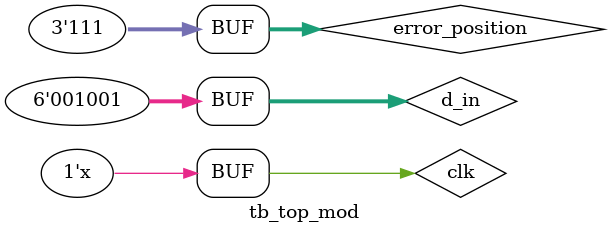
<source format=v>
`timescale 1ns / 1ps

module tb_top_mod;
    reg clk;
    reg [5:0] d_in;
    reg [2:0] error_position;
    wire [15:0] d_disp;
    wire [6:0] d_out0, d_out1, d_out2, d_out3, d_error0, d_error1, d_error2, d_error3,d_orig0,d_orig1,d_orig2,d_orig3,d_hamm0,d_hamm1,d_hamm2,d_hamm3;
    secure_router rtr(d_in, d_out0, d_out1, d_out2, d_out3, clk);
    router_send send0(clk,d_out0,d_orig0);
    router_send send1(clk,d_out1,d_orig1);
    router_send send2(clk,d_out2,d_orig2);
    router_send send3(clk,d_out3,d_orig3);
    error_inject error_c0(d_orig0, error_position, d_error0, clk);
    error_inject error_c1(d_orig1, error_position, d_error1, clk);
    error_inject error_c2(d_orig2, error_position, d_error2, clk);
    error_inject error_c3(d_orig3, error_position, d_error3, clk);
    router_send send4(clk,d_error0,d_hamm0);
    router_send send5(clk,d_error1,d_hamm1);
    router_send send6(clk,d_error2,d_hamm2); 
    router_send send7(clk,d_error3,d_hamm3);   
    error_correct correct0(d_hamm0, d_disp[3:0], clk);
    error_correct correct1(d_hamm1, d_disp[7:4], clk);
    error_correct correct2(d_hamm2, d_disp[11:8], clk);
    error_correct correct3(d_hamm3, d_disp[15:12], clk);
    initial begin
     clk = 0;
     end  
    always 
      #10 clk = ~clk; 
    initial begin
        d_in = 6'b001001;
        error_position = 3'b111;
        #10$monitor("clk= %b,d_in= %b,pos= %b,out =%b",clk, d_in, error_position, d_disp);
    end
endmodule

</source>
